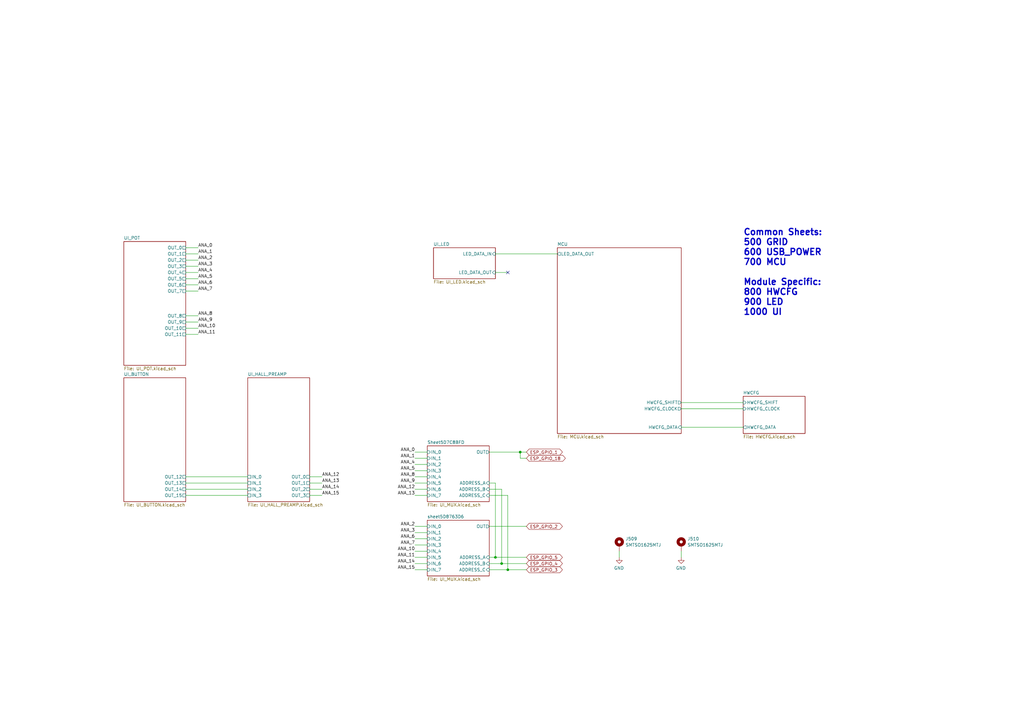
<source format=kicad_sch>
(kicad_sch (version 20231120) (generator "eeschema") (generator_version "8.0")
  (paper "A3")
  (lib_symbols
    (symbol "power:GND" (power) (pin_names (offset 0))
      (property "Value" "GND" (at 0 -3.81 0))
      (symbol "GND_0_1"
        (polyline (pts (xy 0 0) (xy 0 -1.27) (xy 1.27 -1.27) (xy 0 -2.54) (xy -1.27 -1.27) (xy 0 -1.27)))
      )
      (symbol "GND_1_1"
        (pin power_in line (at 0 0 270) (length 0) hide (name "GND") (number "1"))
      )
    )
    (symbol "suku_basics:SMD_NUT" (pin_numbers hide) (pin_names (offset 1.016) hide)
      (property "Reference" "J" (at 0 6.35 0))
      (property "Value" "SMD_NUT" (at 0 4.445 0))
      (symbol "SMD_NUT_0_1"
        (circle (center 0 1.27) (radius 1.27) (stroke (width 1.27)))
      )
      (symbol "SMD_NUT_1_1"
        (pin input line (at 0 -2.54 90) (length 2.54) (name "1") (number "1"))
      )
    )
  )
  (junction (at 203.2 228.6))
  (junction (at 213.36 185.42))
  (junction (at 208.28 233.68))
  (junction (at 205.74 231.14))
  (no_connect (at 208.28 111.76))
  (wire (pts (xy 205.74 200.66) (xy 205.74 231.14)))
  (wire (pts (xy 175.26 203.2) (xy 170.18 203.2)))
  (wire (pts (xy 279.4 165.1) (xy 304.8 165.1)))
  (wire (pts (xy 76.2 101.6) (xy 81.28 101.6)))
  (wire (pts (xy 203.2 111.76) (xy 208.28 111.76)))
  (wire (pts (xy 132.08 200.66) (xy 127 200.66)))
  (wire (pts (xy 228.6 104.14) (xy 203.2 104.14)))
  (wire (pts (xy 76.2 200.66) (xy 101.6 200.66)))
  (wire (pts (xy 175.26 198.12) (xy 170.18 198.12)))
  (wire (pts (xy 175.26 233.68) (xy 170.18 233.68)))
  (wire (pts (xy 76.2 119.38) (xy 81.28 119.38)))
  (wire (pts (xy 81.28 129.54) (xy 76.2 129.54)))
  (wire (pts (xy 205.74 231.14) (xy 215.9 231.14)))
  (wire (pts (xy 279.4 226.06) (xy 279.4 228.6)))
  (wire (pts (xy 175.26 220.98) (xy 170.18 220.98)))
  (wire (pts (xy 200.66 228.6) (xy 203.2 228.6)))
  (wire (pts (xy 76.2 109.22) (xy 81.28 109.22)))
  (wire (pts (xy 76.2 203.2) (xy 101.6 203.2)))
  (wire (pts (xy 175.26 193.04) (xy 170.18 193.04)))
  (wire (pts (xy 76.2 198.12) (xy 101.6 198.12)))
  (wire (pts (xy 200.66 185.42) (xy 213.36 185.42)))
  (wire (pts (xy 175.26 218.44) (xy 170.18 218.44)))
  (wire (pts (xy 200.66 215.9) (xy 215.9 215.9)))
  (wire (pts (xy 200.66 200.66) (xy 205.74 200.66)))
  (wire (pts (xy 213.36 187.96) (xy 213.36 185.42)))
  (wire (pts (xy 200.66 233.68) (xy 208.28 233.68)))
  (wire (pts (xy 127 198.12) (xy 132.08 198.12)))
  (wire (pts (xy 279.4 175.26) (xy 304.8 175.26)))
  (wire (pts (xy 200.66 231.14) (xy 205.74 231.14)))
  (wire (pts (xy 81.28 106.68) (xy 76.2 106.68)))
  (wire (pts (xy 175.26 228.6) (xy 170.18 228.6)))
  (wire (pts (xy 203.2 198.12) (xy 203.2 228.6)))
  (wire (pts (xy 76.2 104.14) (xy 81.28 104.14)))
  (wire (pts (xy 81.28 111.76) (xy 76.2 111.76)))
  (wire (pts (xy 213.36 185.42) (xy 215.9 185.42)))
  (wire (pts (xy 175.26 187.96) (xy 170.18 187.96)))
  (wire (pts (xy 175.26 226.06) (xy 170.18 226.06)))
  (wire (pts (xy 215.9 187.96) (xy 213.36 187.96)))
  (wire (pts (xy 254 226.06) (xy 254 228.6)))
  (wire (pts (xy 279.4 167.64) (xy 304.8 167.64)))
  (wire (pts (xy 175.26 195.58) (xy 170.18 195.58)))
  (wire (pts (xy 175.26 215.9) (xy 170.18 215.9)))
  (wire (pts (xy 208.28 233.68) (xy 215.9 233.68)))
  (wire (pts (xy 200.66 198.12) (xy 203.2 198.12)))
  (wire (pts (xy 132.08 195.58) (xy 127 195.58)))
  (wire (pts (xy 76.2 195.58) (xy 101.6 195.58)))
  (wire (pts (xy 81.28 134.62) (xy 76.2 134.62)))
  (wire (pts (xy 208.28 203.2) (xy 208.28 233.68)))
  (wire (pts (xy 175.26 190.5) (xy 170.18 190.5)))
  (wire (pts (xy 76.2 132.08) (xy 81.28 132.08)))
  (wire (pts (xy 175.26 231.14) (xy 170.18 231.14)))
  (wire (pts (xy 127 203.2) (xy 132.08 203.2)))
  (wire (pts (xy 76.2 137.16) (xy 81.28 137.16)))
  (wire (pts (xy 175.26 185.42) (xy 170.18 185.42)))
  (wire (pts (xy 76.2 114.3) (xy 81.28 114.3)))
  (wire (pts (xy 175.26 223.52) (xy 170.18 223.52)))
  (wire (pts (xy 175.26 200.66) (xy 170.18 200.66)))
  (wire (pts (xy 200.66 203.2) (xy 208.28 203.2)))
  (wire (pts (xy 203.2 228.6) (xy 215.9 228.6)))
  (wire (pts (xy 81.28 116.84) (xy 76.2 116.84)))
  (text "Common Sheets:\n500 GRID\n600 USB_POWER\n700 MCU\n\nModule Specific:\n800 HWCFG\n900 LED\n1000 UI" (at 304.8 129.54 0) (effects (font (size 2.54 2.54) (thickness 0.508) (bold yes)) (justify left bottom)))
  (label "ANA_6" (at 81.28 116.84 0))
  (label "ANA_6" (at 170.18 220.98 180))
  (label "ANA_15" (at 170.18 233.68 180))
  (label "ANA_13" (at 132.08 198.12 0))
  (label "ANA_9" (at 170.18 198.12 180))
  (label "ANA_4" (at 81.28 111.76 0))
  (label "ANA_14" (at 170.18 231.14 180))
  (label "ANA_10" (at 170.18 226.06 180))
  (label "ANA_4" (at 170.18 190.5 180))
  (label "ANA_5" (at 170.18 193.04 180))
  (label "ANA_1" (at 170.18 187.96 180))
  (label "ANA_11" (at 170.18 228.6 180))
  (label "ANA_5" (at 81.28 114.3 0))
  (label "ANA_13" (at 170.18 203.2 180))
  (label "ANA_11" (at 81.28 137.16 0))
  (label "ANA_14" (at 132.08 200.66 0))
  (label "ANA_9" (at 81.28 132.08 0))
  (label "ANA_7" (at 170.18 223.52 180))
  (label "ANA_2" (at 170.18 215.9 180))
  (label "ANA_3" (at 81.28 109.22 0))
  (label "ANA_10" (at 81.28 134.62 0))
  (label "ANA_12" (at 170.18 200.66 180))
  (label "ANA_8" (at 170.18 195.58 180))
  (label "ANA_12" (at 132.08 195.58 0))
  (label "ANA_2" (at 81.28 106.68 0))
  (label "ANA_15" (at 132.08 203.2 0))
  (label "ANA_0" (at 170.18 185.42 180))
  (label "ANA_8" (at 81.28 129.54 0))
  (label "ANA_0" (at 81.28 101.6 0))
  (label "ANA_7" (at 81.28 119.38 0))
  (label "ANA_3" (at 170.18 218.44 180))
  (label "ANA_1" (at 81.28 104.14 0))
  (global_label "ESP_GPIO_5" (shape bidirectional) (at 215.9 228.6 0) (property "Intersheetrefs" "${INTERSHEET_REFS}" (effects (hide yes))))
  (global_label "ESP_GPIO_1" (shape bidirectional) (at 215.9 185.42 0) (property "Intersheetrefs" "${INTERSHEET_REFS}" (effects (hide yes))))
  (global_label "ESP_GPIO_18" (shape bidirectional) (at 215.9 187.96 0) (property "Intersheetrefs" "${INTERSHEET_REFS}" (effects (hide yes))))
  (global_label "ESP_GPIO_4" (shape bidirectional) (at 215.9 231.14 0) (property "Intersheetrefs" "${INTERSHEET_REFS}" (effects (hide yes))))
  (global_label "ESP_GPIO_3" (shape bidirectional) (at 215.9 233.68 0) (property "Intersheetrefs" "${INTERSHEET_REFS}" (effects (hide yes))))
  (global_label "ESP_GPIO_2" (shape bidirectional) (at 215.9 215.9 0) (property "Intersheetrefs" "${INTERSHEET_REFS}" (effects (hide yes))))
  (symbol (lib_id "power:GND") (at 254 228.6 0) (mirror y) (unit 1)
    (property "Reference" "#PWR0517" (effects (hide yes)))
    (property "Value" "GND" (at 253.873 232.9942 0))
  )
  (symbol (lib_id "power:GND") (at 279.4 228.6 0) (mirror y) (unit 1)
    (property "Reference" "#PWR0518" (effects (hide yes)))
    (property "Value" "GND" (at 279.273 232.9942 0))
  )
  (symbol (lib_id "suku_basics:SMD_NUT") (at 254 223.52 0) (unit 1)
    (property "Reference" "J509" (at 256.54 220.9799 0) (effects (justify left)))
    (property "Value" "SMTSO1625MTJ" (at 256.54 223.5199 0) (effects (justify left)))
    (property "Footprint" "suku_basics:SMD_NUT_M1.6x2.5" (effects (hide yes)))
    (property "Description" "SMD Nut" (effects (hide yes)))
  )
  (symbol (lib_id "suku_basics:SMD_NUT") (at 279.4 223.52 0) (unit 1)
    (property "Reference" "J510" (at 281.94 220.9799 0) (effects (justify left)))
    (property "Value" "SMTSO1625MTJ" (at 281.94 223.5199 0) (effects (justify left)))
    (property "Footprint" "suku_basics:SMD_NUT_M1.6x2.5" (effects (hide yes)))
    (property "Description" "SMD Nut" (effects (hide yes)))
  )
  (sheet (at 177.8 101.6) (size 25.4 12.7)
    (property "Sheetname" "UI_LED" (at 177.8 100.8884 0) (effects (justify left bottom)))
    (property "Sheetfile" "UI_LED.kicad_sch" (at 177.8 114.8846 0) (effects (justify left top)))
    (pin "LED_DATA_IN" input (at 203.2 104.14 0))
    (pin "LED_DATA_OUT" input (at 203.2 111.76 0))
  )
  (sheet (at 50.8 99.06) (size 25.4 50.8)
    (property "Sheetname" "UI_POT" (at 50.8 98.3484 0) (effects (justify left bottom)))
    (property "Sheetfile" "UI_POT.kicad_sch" (at 50.8 150.4446 0) (effects (justify left top)))
    (pin "OUT_0" passive (at 76.2 101.6 0))
    (pin "OUT_1" passive (at 76.2 104.14 0))
    (pin "OUT_2" passive (at 76.2 106.68 0))
    (pin "OUT_3" passive (at 76.2 109.22 0))
    (pin "OUT_4" passive (at 76.2 111.76 0))
    (pin "OUT_5" passive (at 76.2 114.3 0))
    (pin "OUT_6" passive (at 76.2 116.84 0))
    (pin "OUT_7" passive (at 76.2 119.38 0))
    (pin "OUT_8" passive (at 76.2 129.54 0))
    (pin "OUT_9" passive (at 76.2 132.08 0))
    (pin "OUT_10" passive (at 76.2 134.62 0))
    (pin "OUT_11" passive (at 76.2 137.16 0))
  )
  (sheet (at 50.8 154.94) (size 25.4 50.8)
    (property "Sheetname" "UI_BUTTON" (at 50.8 154.2284 0) (effects (justify left bottom)))
    (property "Sheetfile" "UI_BUTTON.kicad_sch" (at 50.8 206.3246 0) (effects (justify left top)))
    (pin "OUT_12" passive (at 76.2 195.58 0))
    (pin "OUT_13" passive (at 76.2 198.12 0))
    (pin "OUT_14" passive (at 76.2 200.66 0))
    (pin "OUT_15" passive (at 76.2 203.2 0))
  )
  (sheet (at 228.6 101.6) (size 50.8 76.2)
    (property "Sheetname" "MCU" (at 228.6 100.8884 0) (effects (justify left bottom)))
    (property "Sheetfile" "MCU.kicad_sch" (at 228.6 178.3846 0) (effects (justify left top)))
    (pin "LED_DATA_OUT" output (at 228.6 104.14 180))
    (pin "HWCFG_DATA" input (at 279.4 175.26 0))
    (pin "HWCFG_CLOCK" output (at 279.4 167.64 0))
    (pin "HWCFG_SHIFT" output (at 279.4 165.1 0))
  )
  (sheet (at 175.26 182.88) (size 25.4 22.86)
    (property "Sheetname" "Sheet5D7C8BFD" (at 175.26 182.1684 0) (effects (justify left bottom)))
    (property "Sheetfile" "UI_MUX.kicad_sch" (at 175.26 206.3246 0) (effects (justify left top)))
    (pin "OUT" output (at 200.66 185.42 0))
    (pin "IN_0" input (at 175.26 185.42 180))
    (pin "IN_1" input (at 175.26 187.96 180))
    (pin "IN_2" input (at 175.26 190.5 180))
    (pin "IN_3" input (at 175.26 193.04 180))
    (pin "IN_4" input (at 175.26 195.58 180))
    (pin "IN_5" input (at 175.26 198.12 180))
    (pin "IN_6" input (at 175.26 200.66 180))
    (pin "IN_7" input (at 175.26 203.2 180))
    (pin "ADDRESS_C" input (at 200.66 203.2 0))
    (pin "ADDRESS_B" input (at 200.66 200.66 0))
    (pin "ADDRESS_A" input (at 200.66 198.12 0))
  )
  (sheet (at 175.26 213.36) (size 25.4 22.86)
    (property "Sheetname" "sheet5D8763D6" (at 175.26 212.6484 0) (effects (justify left bottom)))
    (property "Sheetfile" "UI_MUX.kicad_sch" (at 175.26 236.8046 0) (effects (justify left top)))
    (pin "IN_0" input (at 175.26 215.9 180))
    (pin "IN_1" input (at 175.26 218.44 180))
    (pin "IN_2" input (at 175.26 220.98 180))
    (pin "IN_3" input (at 175.26 223.52 180))
    (pin "IN_4" input (at 175.26 226.06 180))
    (pin "IN_5" input (at 175.26 228.6 180))
    (pin "IN_6" input (at 175.26 231.14 180))
    (pin "IN_7" input (at 175.26 233.68 180))
    (pin "OUT" output (at 200.66 215.9 0))
    (pin "ADDRESS_C" input (at 200.66 233.68 0))
    (pin "ADDRESS_B" input (at 200.66 231.14 0))
    (pin "ADDRESS_A" input (at 200.66 228.6 0))
  )
  (sheet (at 304.8 162.56) (size 25.4 15.24)
    (property "Sheetname" "HWCFG" (at 304.8 161.8484 0) (effects (justify left bottom)))
    (property "Sheetfile" "HWCFG.kicad_sch" (at 304.8 178.3846 0) (effects (justify left top)))
    (pin "HWCFG_DATA" output (at 304.8 175.26 180))
    (pin "HWCFG_CLOCK" input (at 304.8 167.64 180))
    (pin "HWCFG_SHIFT" input (at 304.8 165.1 180))
  )
  (sheet (at 101.6 154.94) (size 25.4 50.8) (stroke (width 0.1524))
    (property "Sheetname" "UI_HALL_PREAMP" (at 101.6 154.2284 0) (effects (justify left bottom)))
    (property "Sheetfile" "UI_HALL_PREAMP.kicad_sch" (at 101.6 206.3246 0) (effects (justify left top)))
    (pin "OUT_2" passive (at 127 200.66 0))
    (pin "OUT_3" passive (at 127 203.2 0))
    (pin "IN_0" passive (at 101.6 195.58 180))
    (pin "IN_1" passive (at 101.6 198.12 180))
    (pin "OUT_0" passive (at 127 195.58 0))
    (pin "IN_2" passive (at 101.6 200.66 180))
    (pin "OUT_1" passive (at 127 198.12 0))
    (pin "IN_3" passive (at 101.6 203.2 180))
  )
)
</source>
